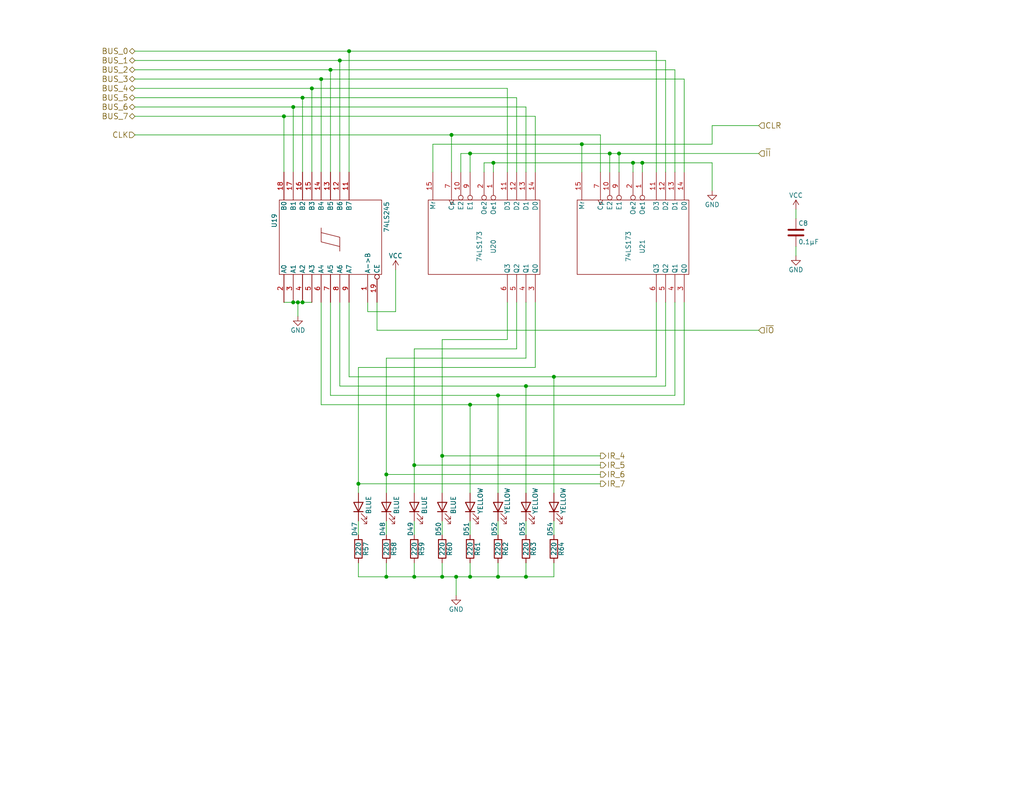
<source format=kicad_sch>
(kicad_sch (version 20231120) (generator "eeschema") (generator_version "8.0")
  (paper "USLetter")
  (lib_symbols
    (symbol "8bit-computer:74LS173" (pin_names (offset 0.254))
      (property "Reference" "U" (at 2.54 2.54 0))
      (property "Value" "74LS173" (at 2.54 -1.27 0))
      (symbol "74LS173_0_0"
        (pin power_in line (at -7.62 15.24 90) (length 0) hide (name "VCC") (number "16"))
        (pin power_in line (at -7.62 -15.24 90) (length 0) hide (name "GND") (number "8"))
      )
      (symbol "74LS173_0_1"
        (rectangle (start -10.16 15.24) (end 10.16 -15.24))
      )
      (symbol "74LS173_1_1"
        (pin input inverted (at -17.78 2.54 0) (length 7.62) (name "Oe1") (number "1"))
        (pin input inverted (at -17.78 -6.35 0) (length 7.62) (name "E2") (number "10"))
        (pin input line (at -17.78 6.35 0) (length 7.62) (name "D3") (number "11"))
        (pin input line (at -17.78 8.89 0) (length 7.62) (name "D2") (number "12"))
        (pin input line (at -17.78 11.43 0) (length 7.62) (name "D1") (number "13"))
        (pin input line (at -17.78 13.97 0) (length 7.62) (name "D0") (number "14"))
        (pin input line (at -17.78 -13.97 0) (length 7.62) (name "Mr") (number "15"))
        (pin input inverted (at -17.78 0 0) (length 7.62) (name "Oe2") (number "2"))
        (pin tri_state line (at 17.78 13.97 180) (length 7.62) (name "Q0") (number "3"))
        (pin tri_state line (at 17.78 11.43 180) (length 7.62) (name "Q1") (number "4"))
        (pin tri_state line (at 17.78 8.89 180) (length 7.62) (name "Q2") (number "5"))
        (pin tri_state line (at 17.78 6.35 180) (length 7.62) (name "Q3") (number "6"))
        (pin input clock (at -17.78 -8.89 0) (length 7.62) (name "Cp") (number "7"))
        (pin input inverted (at -17.78 -3.81 0) (length 7.62) (name "E1") (number "9"))
      )
    )
    (symbol "8bit-computer:74LS245" (pin_names (offset 0.254))
      (property "Reference" "U" (at 2.54 14.605 0))
      (property "Value" "74LS245" (at 1.27 -14.605 0))
      (symbol "74LS245_0_0"
        (pin power_in line (at 0 -13.97 90) (length 0) hide (name "GND") (number "10"))
        (pin power_in line (at 0 13.97 270) (length 0) hide (name "VCC") (number "20"))
      )
      (symbol "74LS245_0_1"
        (rectangle (start -10.16 13.97) (end 10.16 -13.97))
        (polyline (pts (xy 1.27 2.54) (xy 0 -2.54) (xy -2.54 -2.54)))
        (polyline (pts (xy 2.54 2.54) (xy -1.27 2.54) (xy -2.54 -2.54) (xy -3.81 -2.54)))
      )
      (symbol "74LS245_1_1"
        (pin input line (at -17.78 -10.16 0) (length 7.62) (name "A->B") (number "1"))
        (pin tri_state line (at 17.78 -5.08 180) (length 7.62) (name "B7") (number "11"))
        (pin tri_state line (at 17.78 -2.54 180) (length 7.62) (name "B6") (number "12"))
        (pin tri_state line (at 17.78 0 180) (length 7.62) (name "B5") (number "13"))
        (pin tri_state line (at 17.78 2.54 180) (length 7.62) (name "B4") (number "14"))
        (pin tri_state line (at 17.78 5.08 180) (length 7.62) (name "B3") (number "15"))
        (pin tri_state line (at 17.78 7.62 180) (length 7.62) (name "B2") (number "16"))
        (pin tri_state line (at 17.78 10.16 180) (length 7.62) (name "B1") (number "17"))
        (pin tri_state line (at 17.78 12.7 180) (length 7.62) (name "B0") (number "18"))
        (pin input inverted (at -17.78 -12.7 0) (length 7.62) (name "CE") (number "19"))
        (pin tri_state line (at -17.78 12.7 0) (length 7.62) (name "A0") (number "2"))
        (pin tri_state line (at -17.78 10.16 0) (length 7.62) (name "A1") (number "3"))
        (pin tri_state line (at -17.78 7.62 0) (length 7.62) (name "A2") (number "4"))
        (pin tri_state line (at -17.78 5.08 0) (length 7.62) (name "A3") (number "5"))
        (pin tri_state line (at -17.78 2.54 0) (length 7.62) (name "A4") (number "6"))
        (pin tri_state line (at -17.78 0 0) (length 7.62) (name "A5") (number "7"))
        (pin tri_state line (at -17.78 -2.54 0) (length 7.62) (name "A6") (number "8"))
        (pin tri_state line (at -17.78 -5.08 0) (length 7.62) (name "A7") (number "9"))
      )
    )
    (symbol "Device:C" (pin_numbers hide) (pin_names (offset 0.254))
      (property "Reference" "C" (at 0.635 2.54 0))
      (property "Value" "C" (at 0.635 -2.54 0))
      (symbol "C_0_1"
        (polyline (pts (xy -2.032 -0.762) (xy 2.032 -0.762)) (stroke (width 0.508)))
        (polyline (pts (xy -2.032 0.762) (xy 2.032 0.762)) (stroke (width 0.508)))
      )
      (symbol "C_1_1"
        (pin passive line (at 0 3.81 270) (length 2.794) (name "~") (number "1"))
        (pin passive line (at 0 -3.81 90) (length 2.794) (name "~") (number "2"))
      )
    )
    (symbol "Device:LED" (pin_numbers hide) (pin_names (offset 1.016) hide)
      (property "Reference" "D" (at 0 2.54 0))
      (property "Value" "LED" (at 0 -2.54 0))
      (symbol "LED_0_1"
        (polyline (pts (xy -1.27 -1.27) (xy -1.27 1.27)) (stroke (width 0.254)))
        (polyline (pts (xy -1.27 0) (xy 1.27 0)))
        (polyline (pts (xy 1.27 -1.27) (xy 1.27 1.27) (xy -1.27 0) (xy 1.27 -1.27)) (stroke (width 0.254)))
        (polyline (pts (xy -3.048 -0.762) (xy -4.572 -2.286) (xy -3.81 -2.286) (xy -4.572 -2.286) (xy -4.572 -1.524)))
        (polyline (pts (xy -1.778 -0.762) (xy -3.302 -2.286) (xy -2.54 -2.286) (xy -3.302 -2.286) (xy -3.302 -1.524)))
      )
      (symbol "LED_1_1"
        (pin passive line (at -3.81 0 0) (length 2.54) (name "K") (number "1"))
        (pin passive line (at 3.81 0 180) (length 2.54) (name "A") (number "2"))
      )
    )
    (symbol "Device:R" (pin_numbers hide) (pin_names (offset 0))
      (property "Reference" "R" (at 2.032 0 90))
      (property "Value" "R" (at 0 0 90))
      (symbol "R_0_1"
        (rectangle (start -1.016 -2.54) (end 1.016 2.54) (stroke (width 0.254)))
      )
      (symbol "R_1_1"
        (pin passive line (at 0 3.81 270) (length 1.27) (name "~") (number "1"))
        (pin passive line (at 0 -3.81 90) (length 1.27) (name "~") (number "2"))
      )
    )
    (symbol "power:GND" (power) (pin_names (offset 0))
      (property "Value" "GND" (at 0 -3.81 0))
      (symbol "GND_0_1"
        (polyline (pts (xy 0 0) (xy 0 -1.27) (xy 1.27 -1.27) (xy 0 -2.54) (xy -1.27 -1.27) (xy 0 -1.27)))
      )
      (symbol "GND_1_1"
        (pin power_in line (at 0 0 270) (length 0) hide (name "GND") (number "1"))
      )
    )
    (symbol "power:VCC" (power) (pin_names (offset 0))
      (property "Value" "VCC" (at 0 3.81 0))
      (symbol "VCC_0_1"
        (polyline (pts (xy -0.762 1.27) (xy 0 2.54)))
        (polyline (pts (xy 0 0) (xy 0 2.54)))
        (polyline (pts (xy 0 2.54) (xy 0.762 1.27)))
      )
      (symbol "VCC_1_1"
        (pin power_in line (at 0 0 90) (length 0) hide (name "VCC") (number "1"))
      )
    )
  )
  (junction (at 135.89 157.48))
  (junction (at 172.72 44.45))
  (junction (at 80.01 82.55))
  (junction (at 123.19 36.83))
  (junction (at 143.51 105.41))
  (junction (at 85.09 24.13))
  (junction (at 113.03 157.48))
  (junction (at 158.75 39.37))
  (junction (at 105.41 129.54))
  (junction (at 81.28 82.55))
  (junction (at 128.27 41.91))
  (junction (at 82.55 26.67))
  (junction (at 151.13 102.87))
  (junction (at 87.63 21.59))
  (junction (at 120.65 124.46))
  (junction (at 143.51 157.48))
  (junction (at 80.01 29.21))
  (junction (at 90.17 19.05))
  (junction (at 175.26 44.45))
  (junction (at 124.46 157.48))
  (junction (at 128.27 110.49))
  (junction (at 120.65 157.48))
  (junction (at 92.71 16.51))
  (junction (at 97.79 132.08))
  (junction (at 77.47 31.75))
  (junction (at 128.27 157.48))
  (junction (at 95.25 13.97))
  (junction (at 166.37 41.91))
  (junction (at 82.55 82.55))
  (junction (at 135.89 107.95))
  (junction (at 168.91 41.91))
  (junction (at 113.03 127))
  (junction (at 134.62 44.45))
  (junction (at 105.41 157.48))
  (wire (pts (xy 179.07 102.87) (xy 179.07 82.55)))
  (wire (pts (xy 36.83 19.05) (xy 90.17 19.05)))
  (wire (pts (xy 36.83 13.97) (xy 95.25 13.97)))
  (wire (pts (xy 163.83 132.08) (xy 97.79 132.08)))
  (wire (pts (xy 105.41 142.24) (xy 105.41 146.05)))
  (wire (pts (xy 135.89 107.95) (xy 135.89 134.62)))
  (wire (pts (xy 120.65 157.48) (xy 124.46 157.48)))
  (wire (pts (xy 166.37 41.91) (xy 168.91 41.91)))
  (wire (pts (xy 105.41 153.67) (xy 105.41 157.48)))
  (wire (pts (xy 113.03 157.48) (xy 120.65 157.48)))
  (wire (pts (xy 36.83 36.83) (xy 123.19 36.83)))
  (wire (pts (xy 217.17 67.31) (xy 217.17 69.85)))
  (wire (pts (xy 151.13 157.48) (xy 151.13 153.67)))
  (wire (pts (xy 172.72 44.45) (xy 172.72 46.99)))
  (wire (pts (xy 92.71 82.55) (xy 92.71 105.41)))
  (wire (pts (xy 100.33 82.55) (xy 100.33 85.09)))
  (wire (pts (xy 163.83 129.54) (xy 105.41 129.54)))
  (wire (pts (xy 80.01 29.21) (xy 143.51 29.21)))
  (wire (pts (xy 146.05 31.75) (xy 146.05 46.99)))
  (wire (pts (xy 168.91 41.91) (xy 168.91 46.99)))
  (wire (pts (xy 102.87 90.17) (xy 207.01 90.17)))
  (wire (pts (xy 97.79 153.67) (xy 97.79 157.48)))
  (wire (pts (xy 135.89 142.24) (xy 135.89 146.05)))
  (wire (pts (xy 143.51 105.41) (xy 181.61 105.41)))
  (wire (pts (xy 95.25 13.97) (xy 95.25 46.99)))
  (wire (pts (xy 90.17 19.05) (xy 184.15 19.05)))
  (wire (pts (xy 81.28 82.55) (xy 82.55 82.55)))
  (wire (pts (xy 217.17 57.15) (xy 217.17 59.69)))
  (wire (pts (xy 113.03 142.24) (xy 113.03 146.05)))
  (wire (pts (xy 194.31 44.45) (xy 194.31 52.07)))
  (wire (pts (xy 123.19 36.83) (xy 163.83 36.83)))
  (wire (pts (xy 158.75 39.37) (xy 158.75 46.99)))
  (wire (pts (xy 97.79 132.08) (xy 97.79 134.62)))
  (wire (pts (xy 166.37 41.91) (xy 166.37 46.99)))
  (wire (pts (xy 36.83 16.51) (xy 92.71 16.51)))
  (wire (pts (xy 36.83 29.21) (xy 80.01 29.21)))
  (wire (pts (xy 105.41 129.54) (xy 105.41 134.62)))
  (wire (pts (xy 81.28 86.36) (xy 81.28 82.55)))
  (wire (pts (xy 163.83 36.83) (xy 163.83 46.99)))
  (wire (pts (xy 172.72 44.45) (xy 175.26 44.45)))
  (wire (pts (xy 113.03 95.25) (xy 140.97 95.25)))
  (wire (pts (xy 105.41 97.79) (xy 105.41 129.54)))
  (wire (pts (xy 120.65 142.24) (xy 120.65 146.05)))
  (wire (pts (xy 128.27 153.67) (xy 128.27 157.48)))
  (wire (pts (xy 120.65 92.71) (xy 120.65 124.46)))
  (wire (pts (xy 125.73 41.91) (xy 128.27 41.91)))
  (wire (pts (xy 143.51 157.48) (xy 151.13 157.48)))
  (wire (pts (xy 105.41 97.79) (xy 143.51 97.79)))
  (wire (pts (xy 90.17 82.55) (xy 90.17 107.95)))
  (wire (pts (xy 143.51 105.41) (xy 143.51 134.62)))
  (wire (pts (xy 120.65 153.67) (xy 120.65 157.48)))
  (wire (pts (xy 135.89 157.48) (xy 143.51 157.48)))
  (wire (pts (xy 194.31 39.37) (xy 194.31 34.29)))
  (wire (pts (xy 128.27 157.48) (xy 135.89 157.48)))
  (wire (pts (xy 77.47 31.75) (xy 146.05 31.75)))
  (wire (pts (xy 100.33 85.09) (xy 107.95 85.09)))
  (wire (pts (xy 80.01 82.55) (xy 81.28 82.55)))
  (wire (pts (xy 143.51 153.67) (xy 143.51 157.48)))
  (wire (pts (xy 95.25 102.87) (xy 151.13 102.87)))
  (wire (pts (xy 151.13 102.87) (xy 151.13 134.62)))
  (wire (pts (xy 97.79 157.48) (xy 105.41 157.48)))
  (wire (pts (xy 87.63 110.49) (xy 128.27 110.49)))
  (wire (pts (xy 85.09 46.99) (xy 85.09 24.13)))
  (wire (pts (xy 134.62 44.45) (xy 134.62 46.99)))
  (wire (pts (xy 36.83 21.59) (xy 87.63 21.59)))
  (wire (pts (xy 77.47 82.55) (xy 80.01 82.55)))
  (wire (pts (xy 128.27 110.49) (xy 186.69 110.49)))
  (wire (pts (xy 36.83 24.13) (xy 85.09 24.13)))
  (wire (pts (xy 181.61 16.51) (xy 181.61 46.99)))
  (wire (pts (xy 179.07 13.97) (xy 179.07 46.99)))
  (wire (pts (xy 132.08 46.99) (xy 132.08 44.45)))
  (wire (pts (xy 102.87 82.55) (xy 102.87 90.17)))
  (wire (pts (xy 175.26 44.45) (xy 175.26 46.99)))
  (wire (pts (xy 97.79 142.24) (xy 97.79 146.05)))
  (wire (pts (xy 186.69 110.49) (xy 186.69 82.55)))
  (wire (pts (xy 95.25 13.97) (xy 179.07 13.97)))
  (wire (pts (xy 124.46 162.56) (xy 124.46 157.48)))
  (wire (pts (xy 105.41 157.48) (xy 113.03 157.48)))
  (wire (pts (xy 92.71 16.51) (xy 92.71 46.99)))
  (wire (pts (xy 194.31 34.29) (xy 207.01 34.29)))
  (wire (pts (xy 82.55 82.55) (xy 85.09 82.55)))
  (wire (pts (xy 97.79 100.33) (xy 146.05 100.33)))
  (wire (pts (xy 113.03 127) (xy 113.03 134.62)))
  (wire (pts (xy 128.27 110.49) (xy 128.27 134.62)))
  (wire (pts (xy 143.51 97.79) (xy 143.51 82.55)))
  (wire (pts (xy 128.27 41.91) (xy 128.27 46.99)))
  (wire (pts (xy 85.09 24.13) (xy 138.43 24.13)))
  (wire (pts (xy 143.51 29.21) (xy 143.51 46.99)))
  (wire (pts (xy 113.03 153.67) (xy 113.03 157.48)))
  (wire (pts (xy 125.73 46.99) (xy 125.73 41.91)))
  (wire (pts (xy 158.75 39.37) (xy 194.31 39.37)))
  (wire (pts (xy 175.26 44.45) (xy 194.31 44.45)))
  (wire (pts (xy 163.83 124.46) (xy 120.65 124.46)))
  (wire (pts (xy 184.15 107.95) (xy 184.15 82.55)))
  (wire (pts (xy 97.79 100.33) (xy 97.79 132.08)))
  (wire (pts (xy 123.19 36.83) (xy 123.19 46.99)))
  (wire (pts (xy 92.71 105.41) (xy 143.51 105.41)))
  (wire (pts (xy 118.11 46.99) (xy 118.11 39.37)))
  (wire (pts (xy 36.83 31.75) (xy 77.47 31.75)))
  (wire (pts (xy 151.13 142.24) (xy 151.13 146.05)))
  (wire (pts (xy 138.43 92.71) (xy 138.43 82.55)))
  (wire (pts (xy 128.27 142.24) (xy 128.27 146.05)))
  (wire (pts (xy 82.55 26.67) (xy 82.55 46.99)))
  (wire (pts (xy 87.63 82.55) (xy 87.63 110.49)))
  (wire (pts (xy 184.15 19.05) (xy 184.15 46.99)))
  (wire (pts (xy 118.11 39.37) (xy 158.75 39.37)))
  (wire (pts (xy 80.01 29.21) (xy 80.01 46.99)))
  (wire (pts (xy 168.91 41.91) (xy 207.01 41.91)))
  (wire (pts (xy 151.13 102.87) (xy 179.07 102.87)))
  (wire (pts (xy 128.27 41.91) (xy 166.37 41.91)))
  (wire (pts (xy 134.62 44.45) (xy 172.72 44.45)))
  (wire (pts (xy 113.03 95.25) (xy 113.03 127)))
  (wire (pts (xy 181.61 105.41) (xy 181.61 82.55)))
  (wire (pts (xy 36.83 26.67) (xy 82.55 26.67)))
  (wire (pts (xy 140.97 95.25) (xy 140.97 82.55)))
  (wire (pts (xy 138.43 24.13) (xy 138.43 46.99)))
  (wire (pts (xy 163.83 127) (xy 113.03 127)))
  (wire (pts (xy 132.08 44.45) (xy 134.62 44.45)))
  (wire (pts (xy 107.95 85.09) (xy 107.95 73.66)))
  (wire (pts (xy 120.65 92.71) (xy 138.43 92.71)))
  (wire (pts (xy 90.17 107.95) (xy 135.89 107.95)))
  (wire (pts (xy 95.25 82.55) (xy 95.25 102.87)))
  (wire (pts (xy 87.63 21.59) (xy 87.63 46.99)))
  (wire (pts (xy 146.05 100.33) (xy 146.05 82.55)))
  (wire (pts (xy 82.55 26.67) (xy 140.97 26.67)))
  (wire (pts (xy 87.63 21.59) (xy 186.69 21.59)))
  (wire (pts (xy 120.65 124.46) (xy 120.65 134.62)))
  (wire (pts (xy 143.51 142.24) (xy 143.51 146.05)))
  (wire (pts (xy 135.89 107.95) (xy 184.15 107.95)))
  (wire (pts (xy 77.47 31.75) (xy 77.47 46.99)))
  (wire (pts (xy 92.71 16.51) (xy 181.61 16.51)))
  (wire (pts (xy 140.97 26.67) (xy 140.97 46.99)))
  (wire (pts (xy 135.89 153.67) (xy 135.89 157.48)))
  (wire (pts (xy 186.69 21.59) (xy 186.69 46.99)))
  (wire (pts (xy 124.46 157.48) (xy 128.27 157.48)))
  (wire (pts (xy 90.17 19.05) (xy 90.17 46.99)))
  (hierarchical_label "~{II}" (shape input) (at 207.01 41.91 0) (effects (font (size 1.524 1.524))))
  (hierarchical_label "IR_6" (shape output) (at 163.83 129.54 0) (effects (font (size 1.524 1.524))))
  (hierarchical_label "CLR" (shape input) (at 207.01 34.29 0) (effects (font (size 1.524 1.524))))
  (hierarchical_label "BUS_4" (shape bidirectional) (at 36.83 24.13 180) (effects (font (size 1.524 1.524))))
  (hierarchical_label "~{IO}" (shape input) (at 207.01 90.17 0) (effects (font (size 1.524 1.524))))
  (hierarchical_label "BUS_0" (shape bidirectional) (at 36.83 13.97 180) (effects (font (size 1.524 1.524))))
  (hierarchical_label "BUS_3" (shape bidirectional) (at 36.83 21.59 180) (effects (font (size 1.524 1.524))))
  (hierarchical_label "BUS_5" (shape bidirectional) (at 36.83 26.67 180) (effects (font (size 1.524 1.524))))
  (hierarchical_label "CLK" (shape input) (at 36.83 36.83 180) (effects (font (size 1.524 1.524))))
  (hierarchical_label "IR_5" (shape output) (at 163.83 127 0) (effects (font (size 1.524 1.524))))
  (hierarchical_label "IR_4" (shape output) (at 163.83 124.46 0) (effects (font (size 1.524 1.524))))
  (hierarchical_label "BUS_7" (shape bidirectional) (at 36.83 31.75 180) (effects (font (size 1.524 1.524))))
  (hierarchical_label "IR_7" (shape output) (at 163.83 132.08 0) (effects (font (size 1.524 1.524))))
  (hierarchical_label "BUS_2" (shape bidirectional) (at 36.83 19.05 180) (effects (font (size 1.524 1.524))))
  (hierarchical_label "BUS_1" (shape bidirectional) (at 36.83 16.51 180) (effects (font (size 1.524 1.524))))
  (hierarchical_label "BUS_6" (shape bidirectional) (at 36.83 29.21 180) (effects (font (size 1.524 1.524))))
  (symbol (lib_id "Device:R") (at 128.27 149.86 0) (unit 1)
    (property "Reference" "R61" (at 130.302 149.86 90))
    (property "Value" "220" (at 128.27 149.86 90))
    (property "Footprint" "Resistor_THT:R_Axial_DIN0207_L6.3mm_D2.5mm_P7.62mm_Horizontal" (effects (hide yes)))
  )
  (symbol (lib_id "power:GND") (at 81.28 86.36 0) (unit 1)
    (property "Reference" "#PWR036" (effects (hide yes)))
    (property "Value" "GND" (at 81.28 90.17 0))
  )
  (symbol (lib_id "8bit-computer:74LS173") (at 132.08 64.77 270) (unit 1)
    (property "Reference" "U20" (at 134.62 67.31 0))
    (property "Value" "74LS173" (at 130.81 67.31 0))
    (property "Footprint" "Package_DIP:DIP-16_W7.62mm" (effects (hide yes)))
  )
  (symbol (lib_id "8bit-computer:74LS173") (at 172.72 64.77 270) (unit 1)
    (property "Reference" "U21" (at 175.26 67.31 0))
    (property "Value" "74LS173" (at 171.45 67.31 0))
    (property "Footprint" "Package_DIP:DIP-16_W7.62mm" (effects (hide yes)))
  )
  (symbol (lib_id "8bit-computer:74LS245") (at 90.17 64.77 90) (unit 1)
    (property "Reference" "U19" (at 75.565 62.23 0) (effects (justify left bottom)))
    (property "Value" "74LS245" (at 104.775 63.5 0) (effects (justify left top)))
    (property "Footprint" "Package_DIP:DIP-20_W7.62mm" (effects (hide yes)))
  )
  (symbol (lib_id "Device:R") (at 97.79 149.86 0) (unit 1)
    (property "Reference" "R57" (at 99.822 149.86 90))
    (property "Value" "220" (at 97.79 149.86 90))
    (property "Footprint" "Resistor_THT:R_Axial_DIN0207_L6.3mm_D2.5mm_P7.62mm_Horizontal" (effects (hide yes)))
  )
  (symbol (lib_id "Device:R") (at 105.41 149.86 0) (unit 1)
    (property "Reference" "R58" (at 107.442 149.86 90))
    (property "Value" "220" (at 105.41 149.86 90))
    (property "Footprint" "Resistor_THT:R_Axial_DIN0207_L6.3mm_D2.5mm_P7.62mm_Horizontal" (effects (hide yes)))
  )
  (symbol (lib_id "Device:R") (at 113.03 149.86 0) (unit 1)
    (property "Reference" "R59" (at 115.062 149.86 90))
    (property "Value" "220" (at 113.03 149.86 90))
    (property "Footprint" "Resistor_THT:R_Axial_DIN0207_L6.3mm_D2.5mm_P7.62mm_Horizontal" (effects (hide yes)))
  )
  (symbol (lib_id "Device:R") (at 120.65 149.86 0) (unit 1)
    (property "Reference" "R60" (at 122.682 149.86 90))
    (property "Value" "220" (at 120.65 149.86 90))
    (property "Footprint" "Resistor_THT:R_Axial_DIN0207_L6.3mm_D2.5mm_P7.62mm_Horizontal" (effects (hide yes)))
  )
  (symbol (lib_id "Device:R") (at 135.89 149.86 0) (unit 1)
    (property "Reference" "R62" (at 137.922 149.86 90))
    (property "Value" "220" (at 135.89 149.86 90))
    (property "Footprint" "Resistor_THT:R_Axial_DIN0207_L6.3mm_D2.5mm_P7.62mm_Horizontal" (effects (hide yes)))
  )
  (symbol (lib_id "Device:R") (at 143.51 149.86 0) (unit 1)
    (property "Reference" "R63" (at 145.542 149.86 90))
    (property "Value" "220" (at 143.51 149.86 90))
    (property "Footprint" "Resistor_THT:R_Axial_DIN0207_L6.3mm_D2.5mm_P7.62mm_Horizontal" (effects (hide yes)))
  )
  (symbol (lib_id "Device:R") (at 151.13 149.86 0) (unit 1)
    (property "Reference" "R64" (at 153.162 149.86 90))
    (property "Value" "220" (at 151.13 149.86 90))
    (property "Footprint" "Resistor_THT:R_Axial_DIN0207_L6.3mm_D2.5mm_P7.62mm_Horizontal" (effects (hide yes)))
  )
  (symbol (lib_id "power:GND") (at 124.46 162.56 0) (unit 1)
    (property "Reference" "#PWR038" (effects (hide yes)))
    (property "Value" "GND" (at 124.46 166.37 0))
  )
  (symbol (lib_id "power:VCC") (at 107.95 73.66 0) (unit 1)
    (property "Reference" "#PWR037" (effects (hide yes)))
    (property "Value" "VCC" (at 107.95 69.85 0))
  )
  (symbol (lib_id "power:GND") (at 194.31 52.07 0) (unit 1)
    (property "Reference" "#PWR039" (effects (hide yes)))
    (property "Value" "GND" (at 194.31 55.88 0))
  )
  (symbol (lib_id "Device:C") (at 217.17 63.5 0) (unit 1)
    (property "Reference" "C8" (at 217.805 60.96 0) (effects (justify left)))
    (property "Value" "0.1µF" (at 217.805 66.04 0) (effects (justify left)))
    (property "Footprint" "Capacitor_THT:C_Disc_D4.3mm_W1.9mm_P5.00mm" (effects (hide yes)))
  )
  (symbol (lib_id "power:GND") (at 217.17 69.85 0) (unit 1)
    (property "Reference" "#PWR041" (effects (hide yes)))
    (property "Value" "GND" (at 217.17 73.66 0))
  )
  (symbol (lib_id "power:VCC") (at 217.17 57.15 0) (unit 1)
    (property "Reference" "#PWR040" (effects (hide yes)))
    (property "Value" "VCC" (at 217.17 53.34 0))
  )
  (symbol (lib_id "Device:LED") (at 120.65 138.43 90) (unit 1)
    (property "Reference" "D50" (at 119.634 142.494 0) (effects (justify right)))
    (property "Value" "BLUE" (at 123.698 135.382 0) (effects (justify right)))
  )
  (symbol (lib_id "Device:LED") (at 113.03 138.43 90) (unit 1)
    (property "Reference" "D49" (at 112.014 142.494 0) (effects (justify right)))
    (property "Value" "BLUE" (at 115.824 135.382 0) (effects (justify right)))
  )
  (symbol (lib_id "Device:LED") (at 128.27 138.43 90) (unit 1)
    (property "Reference" "D51" (at 127.254 142.494 0) (effects (justify right)))
    (property "Value" "YELLOW" (at 131.064 133.096 0) (effects (justify right)))
  )
  (symbol (lib_id "Device:LED") (at 143.51 138.43 90) (unit 1)
    (property "Reference" "D53" (at 142.494 142.494 0) (effects (justify right)))
    (property "Value" "YELLOW" (at 146.05 133.096 0) (effects (justify right)))
  )
  (symbol (lib_id "Device:LED") (at 97.79 138.43 90) (unit 1)
    (property "Reference" "D47" (at 96.774 142.494 0) (effects (justify right)))
    (property "Value" "BLUE" (at 100.584 135.382 0) (effects (justify right)))
  )
  (symbol (lib_id "Device:LED") (at 135.89 138.43 90) (unit 1)
    (property "Reference" "D52" (at 134.874 142.494 0) (effects (justify right)))
    (property "Value" "YELLOW" (at 138.43 133.096 0) (effects (justify right)))
  )
  (symbol (lib_id "Device:LED") (at 105.41 138.43 90) (unit 1)
    (property "Reference" "D48" (at 104.394 142.494 0) (effects (justify right)))
    (property "Value" "BLUE" (at 108.204 135.382 0) (effects (justify right)))
  )
  (symbol (lib_id "Device:LED") (at 151.13 138.43 90) (unit 1)
    (property "Reference" "D54" (at 150.114 142.494 0) (effects (justify right)))
    (property "Value" "YELLOW" (at 153.67 133.096 0) (effects (justify right)))
  )
)
</source>
